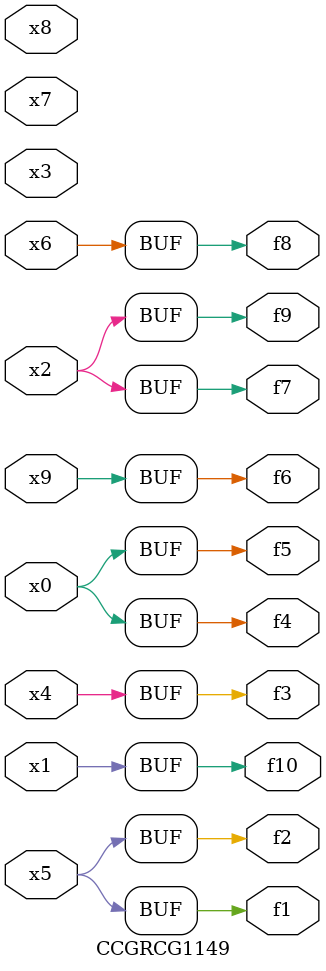
<source format=v>
module CCGRCG1149(
	input x0, x1, x2, x3, x4, x5, x6, x7, x8, x9,
	output f1, f2, f3, f4, f5, f6, f7, f8, f9, f10
);
	assign f1 = x5;
	assign f2 = x5;
	assign f3 = x4;
	assign f4 = x0;
	assign f5 = x0;
	assign f6 = x9;
	assign f7 = x2;
	assign f8 = x6;
	assign f9 = x2;
	assign f10 = x1;
endmodule

</source>
